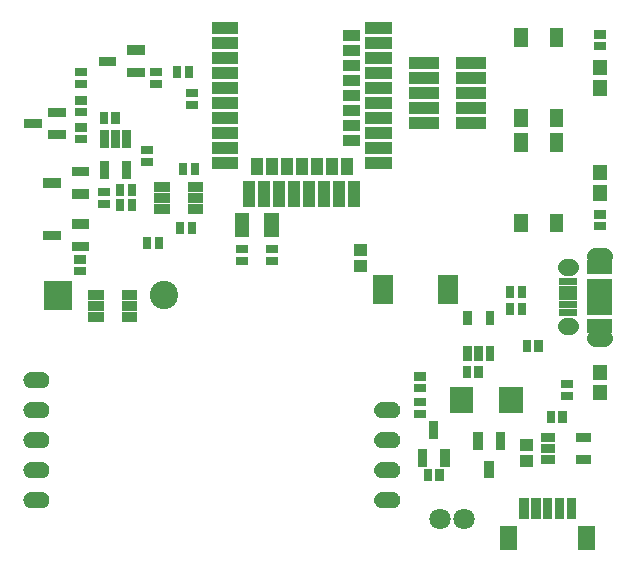
<source format=gts>
G04 Layer: TopSolderMaskLayer*
G04 EasyEDA v6.4.17, 2021-03-03T10:10:01+01:00*
G04 9d4de0552c0a465fbb9a068f9b96be7d,b771c775d4444e86a06a5321f8c966cb,10*
G04 Gerber Generator version 0.2*
G04 Scale: 100 percent, Rotated: No, Reflected: No *
G04 Dimensions in inches *
G04 leading zeros omitted , absolute positions ,3 integer and 6 decimal *
%FSLAX36Y36*%
%MOIN*%

%ADD53C,0.0552*%
%ADD78C,0.0946*%
%ADD80C,0.0710*%

%LPD*%
D53*
X2239373Y-828400D02*
G01*
X2255126Y-828400D01*
X2239373Y-631599D02*
G01*
X2255126Y-631599D01*
X2338968Y-592199D02*
G01*
X2366531Y-592199D01*
X2338968Y-867800D02*
G01*
X2366531Y-867800D01*
G36*
X1875799Y-168800D02*
G01*
X1875799Y-131199D01*
X1974300Y-131199D01*
X1974300Y-168800D01*
G37*
G36*
X1718299Y-168800D02*
G01*
X1718299Y-131199D01*
X1816899Y-131199D01*
X1816899Y-168800D01*
G37*
G36*
X1875799Y-118800D02*
G01*
X1875799Y-81199D01*
X1974300Y-81199D01*
X1974300Y-118800D01*
G37*
G36*
X1718299Y-118800D02*
G01*
X1718299Y-81199D01*
X1816899Y-81199D01*
X1816899Y-118800D01*
G37*
G36*
X1875799Y-68800D02*
G01*
X1875799Y-31199D01*
X1974300Y-31199D01*
X1974300Y-68800D01*
G37*
G36*
X1718299Y-68800D02*
G01*
X1718299Y-31199D01*
X1816899Y-31199D01*
X1816899Y-68800D01*
G37*
G36*
X1875799Y-18800D02*
G01*
X1875799Y18800D01*
X1974300Y18800D01*
X1974300Y-18800D01*
G37*
G36*
X1718299Y-18800D02*
G01*
X1718299Y18800D01*
X1816899Y18800D01*
X1816899Y-18800D01*
G37*
G36*
X1875799Y31199D02*
G01*
X1875799Y68800D01*
X1974300Y68800D01*
X1974300Y31199D01*
G37*
G36*
X1718299Y31199D02*
G01*
X1718299Y68800D01*
X1816899Y68800D01*
X1816899Y31199D01*
G37*
G36*
X2041499Y-734699D02*
G01*
X2041499Y-695300D01*
X2069200Y-695300D01*
X2069200Y-734699D01*
G37*
G36*
X2080799Y-734699D02*
G01*
X2080799Y-695300D01*
X2108500Y-695300D01*
X2108500Y-734699D01*
G37*
G36*
X2041499Y-789699D02*
G01*
X2041499Y-750300D01*
X2069200Y-750300D01*
X2069200Y-789699D01*
G37*
G36*
X2080799Y-789699D02*
G01*
X2080799Y-750300D01*
X2108500Y-750300D01*
X2108500Y-789699D01*
G37*
G36*
X1137100Y-529400D02*
G01*
X1137100Y-450599D01*
X1184499Y-450599D01*
X1184499Y-529400D01*
G37*
G36*
X1235500Y-529400D02*
G01*
X1235500Y-450599D01*
X1282899Y-450599D01*
X1282899Y-529400D01*
G37*
G36*
X2096499Y-914699D02*
G01*
X2096499Y-875300D01*
X2124200Y-875300D01*
X2124200Y-914699D01*
G37*
G36*
X2135799Y-914699D02*
G01*
X2135799Y-875300D01*
X2163500Y-875300D01*
X2163500Y-914699D01*
G37*
G36*
X1735299Y-1009200D02*
G01*
X1735299Y-981500D01*
X1774700Y-981500D01*
X1774700Y-1009200D01*
G37*
G36*
X1735299Y-1048499D02*
G01*
X1735299Y-1020799D01*
X1774700Y-1020799D01*
X1774700Y-1048499D01*
G37*
G36*
X1735299Y-1094200D02*
G01*
X1735299Y-1066500D01*
X1774700Y-1066500D01*
X1774700Y-1094200D01*
G37*
G36*
X1735299Y-1133499D02*
G01*
X1735299Y-1105799D01*
X1774700Y-1105799D01*
X1774700Y-1133499D01*
G37*
G36*
X1805799Y-1344499D02*
G01*
X1805799Y-1305000D01*
X1833500Y-1305000D01*
X1833500Y-1344499D01*
G37*
G36*
X1766499Y-1344499D02*
G01*
X1766499Y-1305000D01*
X1794200Y-1305000D01*
X1794200Y-1344499D01*
G37*
G36*
X2018199Y-1118400D02*
G01*
X2018199Y-1031599D01*
X2097100Y-1031599D01*
X2097100Y-1118400D01*
G37*
G36*
X1852899Y-1118400D02*
G01*
X1852899Y-1031599D01*
X1931800Y-1031599D01*
X1931800Y-1118400D01*
G37*
G36*
X1931800Y-1240300D02*
G01*
X1931800Y-1181199D01*
X1963400Y-1181199D01*
X1963400Y-1240300D01*
G37*
G36*
X1969200Y-1334800D02*
G01*
X1969200Y-1275700D01*
X2000799Y-1275700D01*
X2000799Y-1334800D01*
G37*
G36*
X2006599Y-1240300D02*
G01*
X2006599Y-1181199D01*
X2038199Y-1181199D01*
X2038199Y-1240300D01*
G37*
G36*
X1821599Y-1296799D02*
G01*
X1821599Y-1237699D01*
X1853199Y-1237699D01*
X1853199Y-1296799D01*
G37*
G36*
X1784200Y-1202300D02*
G01*
X1784200Y-1143200D01*
X1815799Y-1143200D01*
X1815799Y-1202300D01*
G37*
G36*
X1746800Y-1296799D02*
G01*
X1746800Y-1237699D01*
X1778400Y-1237699D01*
X1778400Y-1296799D01*
G37*
G36*
X1935799Y-999699D02*
G01*
X1935799Y-960199D01*
X1963500Y-960199D01*
X1963500Y-999699D01*
G37*
G36*
X1896499Y-999699D02*
G01*
X1896499Y-960199D01*
X1924200Y-960199D01*
X1924200Y-999699D01*
G37*
G36*
X1814700Y-752300D02*
G01*
X1814700Y-657699D01*
X1881800Y-657699D01*
X1881800Y-752300D01*
G37*
G36*
X1598199Y-752300D02*
G01*
X1598199Y-657699D01*
X1665299Y-657699D01*
X1665299Y-752300D01*
G37*
G36*
X2331499Y-1006999D02*
G01*
X2331499Y-955999D01*
X2378500Y-955999D01*
X2378500Y-1006999D01*
G37*
G36*
X2331499Y-1074000D02*
G01*
X2331499Y-1023000D01*
X2378500Y-1023000D01*
X2378500Y-1074000D01*
G37*
G36*
X2275399Y-1212399D02*
G01*
X2275399Y-1182800D01*
X2322700Y-1182800D01*
X2322700Y-1212399D01*
G37*
G36*
X2275399Y-1287199D02*
G01*
X2275399Y-1257600D01*
X2322700Y-1257600D01*
X2322700Y-1287199D01*
G37*
G36*
X2157299Y-1287199D02*
G01*
X2157299Y-1257600D01*
X2204600Y-1257600D01*
X2204600Y-1287199D01*
G37*
G36*
X2157299Y-1249800D02*
G01*
X2157299Y-1220199D01*
X2204600Y-1220199D01*
X2204600Y-1249800D01*
G37*
G36*
X2157299Y-1212399D02*
G01*
X2157299Y-1182800D01*
X2204600Y-1182800D01*
X2204600Y-1212399D01*
G37*
G36*
X2215799Y-1149699D02*
G01*
X2215799Y-1110300D01*
X2243500Y-1110300D01*
X2243500Y-1149699D01*
G37*
G36*
X2176499Y-1149699D02*
G01*
X2176499Y-1110300D01*
X2204200Y-1110300D01*
X2204200Y-1149699D01*
G37*
G36*
X2069200Y-515399D02*
G01*
X2069200Y-452300D01*
X2112700Y-452300D01*
X2112700Y-515399D01*
G37*
G36*
X2069200Y-247699D02*
G01*
X2069200Y-184600D01*
X2112700Y-184600D01*
X2112700Y-247699D01*
G37*
G36*
X2187299Y-515399D02*
G01*
X2187299Y-452300D01*
X2230799Y-452300D01*
X2230799Y-515399D01*
G37*
G36*
X2187299Y-247699D02*
G01*
X2187299Y-184600D01*
X2230799Y-184600D01*
X2230799Y-247699D01*
G37*
G36*
X2069200Y-165399D02*
G01*
X2069200Y-102300D01*
X2112700Y-102300D01*
X2112700Y-165399D01*
G37*
G36*
X2069200Y102300D02*
G01*
X2069200Y165399D01*
X2112700Y165399D01*
X2112700Y102300D01*
G37*
G36*
X2187299Y-165399D02*
G01*
X2187299Y-102300D01*
X2230799Y-102300D01*
X2230799Y-165399D01*
G37*
G36*
X2187299Y102300D02*
G01*
X2187299Y165399D01*
X2230799Y165399D01*
X2230799Y102300D01*
G37*
G36*
X1897799Y-824600D02*
G01*
X1897799Y-777300D01*
X1927399Y-777300D01*
X1927399Y-824600D01*
G37*
G36*
X1972600Y-824600D02*
G01*
X1972600Y-777300D01*
X2002200Y-777300D01*
X2002200Y-824600D01*
G37*
G36*
X1972600Y-942699D02*
G01*
X1972600Y-895399D01*
X2002200Y-895399D01*
X2002200Y-942699D01*
G37*
G36*
X1935200Y-942699D02*
G01*
X1935200Y-895399D01*
X1964799Y-895399D01*
X1964799Y-942699D01*
G37*
G36*
X1897799Y-942699D02*
G01*
X1897799Y-895399D01*
X1927399Y-895399D01*
X1927399Y-942699D01*
G37*
G36*
X1240299Y-623499D02*
G01*
X1240299Y-595799D01*
X1279799Y-595799D01*
X1279799Y-623499D01*
G37*
G36*
X1240299Y-584200D02*
G01*
X1240299Y-556500D01*
X1279799Y-556500D01*
X1279799Y-584200D01*
G37*
G36*
X1140299Y-623499D02*
G01*
X1140299Y-595799D01*
X1179799Y-595799D01*
X1179799Y-623499D01*
G37*
G36*
X1140299Y-584200D02*
G01*
X1140299Y-556500D01*
X1179799Y-556500D01*
X1179799Y-584200D01*
G37*
G36*
X1440299Y-323299D02*
G01*
X1440299Y-268000D01*
X1479799Y-268000D01*
X1479799Y-323299D01*
G37*
G36*
X1390299Y-323299D02*
G01*
X1390299Y-268000D01*
X1429799Y-268000D01*
X1429799Y-323299D01*
G37*
G36*
X1340299Y-323299D02*
G01*
X1340299Y-268000D01*
X1379799Y-268000D01*
X1379799Y-323299D01*
G37*
G36*
X1290299Y-323299D02*
G01*
X1290299Y-268000D01*
X1329799Y-268000D01*
X1329799Y-323299D01*
G37*
G36*
X1240299Y-323299D02*
G01*
X1240299Y-268000D01*
X1279799Y-268000D01*
X1279799Y-323299D01*
G37*
G36*
X1190299Y-323299D02*
G01*
X1190299Y-268000D01*
X1229799Y-268000D01*
X1229799Y-323299D01*
G37*
G36*
X1490299Y-323299D02*
G01*
X1490299Y-268000D01*
X1529799Y-268000D01*
X1529799Y-323299D01*
G37*
G36*
X1497700Y-128600D02*
G01*
X1497700Y-89099D01*
X1553000Y-89099D01*
X1553000Y-128600D01*
G37*
G36*
X1497700Y-78600D02*
G01*
X1497700Y-39099D01*
X1553000Y-39099D01*
X1553000Y-78600D01*
G37*
G36*
X1497700Y-28600D02*
G01*
X1497700Y10900D01*
X1553000Y10900D01*
X1553000Y-28600D01*
G37*
G36*
X1497700Y21399D02*
G01*
X1497700Y60900D01*
X1553000Y60900D01*
X1553000Y21399D01*
G37*
G36*
X1497700Y71399D02*
G01*
X1497700Y110900D01*
X1553000Y110900D01*
X1553000Y71399D01*
G37*
G36*
X1497700Y121399D02*
G01*
X1497700Y160900D01*
X1553000Y160900D01*
X1553000Y121399D01*
G37*
G36*
X1497700Y-178600D02*
G01*
X1497700Y-139099D01*
X1553000Y-139099D01*
X1553000Y-178600D01*
G37*
G36*
X1497700Y-228600D02*
G01*
X1497700Y-189099D01*
X1553000Y-189099D01*
X1553000Y-228600D01*
G37*
G36*
X1060699Y-253600D02*
G01*
X1060699Y-214099D01*
X1147500Y-214099D01*
X1147500Y-253600D01*
G37*
G36*
X1060699Y-303600D02*
G01*
X1060699Y-264099D01*
X1147500Y-264099D01*
X1147500Y-303600D01*
G37*
G36*
X1060699Y-203600D02*
G01*
X1060699Y-164099D01*
X1147500Y-164099D01*
X1147500Y-203600D01*
G37*
G36*
X1060699Y-153600D02*
G01*
X1060699Y-114099D01*
X1147500Y-114099D01*
X1147500Y-153600D01*
G37*
G36*
X1060699Y-103600D02*
G01*
X1060699Y-64099D01*
X1147500Y-64099D01*
X1147500Y-103600D01*
G37*
G36*
X1060699Y-53600D02*
G01*
X1060699Y-14099D01*
X1147500Y-14099D01*
X1147500Y-53600D01*
G37*
G36*
X1060699Y-3600D02*
G01*
X1060699Y35900D01*
X1147500Y35900D01*
X1147500Y-3600D01*
G37*
G36*
X1060699Y46399D02*
G01*
X1060699Y85900D01*
X1147500Y85900D01*
X1147500Y46399D01*
G37*
G36*
X1060699Y96399D02*
G01*
X1060699Y135900D01*
X1147500Y135900D01*
X1147500Y96399D01*
G37*
G36*
X1060699Y146399D02*
G01*
X1060699Y185900D01*
X1147500Y185900D01*
X1147500Y146399D01*
G37*
G36*
X1572500Y96399D02*
G01*
X1572500Y135900D01*
X1659300Y135900D01*
X1659300Y96399D01*
G37*
G36*
X1572500Y146399D02*
G01*
X1572500Y185900D01*
X1659300Y185900D01*
X1659300Y146399D01*
G37*
G36*
X1572500Y46399D02*
G01*
X1572500Y85900D01*
X1659300Y85900D01*
X1659300Y46399D01*
G37*
G36*
X1572500Y-3600D02*
G01*
X1572500Y35900D01*
X1659300Y35900D01*
X1659300Y-3600D01*
G37*
G36*
X1572500Y-53600D02*
G01*
X1572500Y-14099D01*
X1659300Y-14099D01*
X1659300Y-53600D01*
G37*
G36*
X1572500Y-103600D02*
G01*
X1572500Y-64099D01*
X1659300Y-64099D01*
X1659300Y-103600D01*
G37*
G36*
X1572500Y-153600D02*
G01*
X1572500Y-114099D01*
X1659300Y-114099D01*
X1659300Y-153600D01*
G37*
G36*
X1572500Y-203600D02*
G01*
X1572500Y-164099D01*
X1659300Y-164099D01*
X1659300Y-203600D01*
G37*
G36*
X1572500Y-253600D02*
G01*
X1572500Y-214099D01*
X1659300Y-214099D01*
X1659300Y-253600D01*
G37*
G36*
X1572500Y-303600D02*
G01*
X1572500Y-264099D01*
X1659300Y-264099D01*
X1659300Y-303600D01*
G37*
G36*
X1165299Y-429600D02*
G01*
X1165299Y-342800D01*
X1204799Y-342800D01*
X1204799Y-429600D01*
G37*
G36*
X1215299Y-429600D02*
G01*
X1215299Y-342800D01*
X1254799Y-342800D01*
X1254799Y-429600D01*
G37*
G36*
X1265299Y-429600D02*
G01*
X1265299Y-342800D01*
X1304799Y-342800D01*
X1304799Y-429600D01*
G37*
G36*
X1315299Y-429600D02*
G01*
X1315299Y-342800D01*
X1354799Y-342800D01*
X1354799Y-429600D01*
G37*
G36*
X1365299Y-429600D02*
G01*
X1365299Y-342800D01*
X1404799Y-342800D01*
X1404799Y-429600D01*
G37*
G36*
X1415299Y-429600D02*
G01*
X1415299Y-342800D01*
X1454799Y-342800D01*
X1454799Y-429600D01*
G37*
G36*
X1465299Y-429600D02*
G01*
X1465299Y-342800D01*
X1504799Y-342800D01*
X1504799Y-429600D01*
G37*
G36*
X1515299Y-429600D02*
G01*
X1515299Y-342800D01*
X1554799Y-342800D01*
X1554799Y-429600D01*
G37*
G36*
X459800Y-1434600D02*
G01*
X456399Y-1434400D01*
X453000Y-1433800D01*
X449699Y-1432699D01*
X446599Y-1431199D01*
X443699Y-1429400D01*
X440999Y-1427100D01*
X438600Y-1424600D01*
X436599Y-1421799D01*
X434899Y-1418800D01*
X433600Y-1415500D01*
X432800Y-1412199D01*
X432300Y-1408699D01*
X432300Y-1405300D01*
X432800Y-1401799D01*
X433600Y-1398499D01*
X434899Y-1395199D01*
X436599Y-1392199D01*
X438600Y-1389400D01*
X440999Y-1386900D01*
X443699Y-1384600D01*
X446599Y-1382800D01*
X449699Y-1381300D01*
X453000Y-1380199D01*
X456399Y-1379600D01*
X459800Y-1379400D01*
X491500Y-1379400D01*
X494899Y-1379600D01*
X498299Y-1380199D01*
X501599Y-1381300D01*
X504699Y-1382800D01*
X507600Y-1384600D01*
X510300Y-1386900D01*
X512699Y-1389400D01*
X514699Y-1392199D01*
X516399Y-1395199D01*
X517699Y-1398499D01*
X518499Y-1401799D01*
X519000Y-1405300D01*
X519000Y-1408699D01*
X518499Y-1412199D01*
X517699Y-1415500D01*
X516399Y-1418800D01*
X514699Y-1421799D01*
X512699Y-1424600D01*
X510300Y-1427100D01*
X507600Y-1429400D01*
X504699Y-1431199D01*
X501599Y-1432699D01*
X498299Y-1433800D01*
X494899Y-1434400D01*
X491500Y-1434600D01*
G37*
G36*
X1629499Y-1434600D02*
G01*
X1626099Y-1434400D01*
X1622700Y-1433800D01*
X1619399Y-1432699D01*
X1616300Y-1431199D01*
X1613400Y-1429400D01*
X1610699Y-1427100D01*
X1608299Y-1424600D01*
X1606300Y-1421799D01*
X1604600Y-1418800D01*
X1603299Y-1415500D01*
X1602500Y-1412199D01*
X1601999Y-1408699D01*
X1601999Y-1405300D01*
X1602500Y-1401799D01*
X1603299Y-1398499D01*
X1604600Y-1395199D01*
X1606300Y-1392199D01*
X1608299Y-1389400D01*
X1610699Y-1386900D01*
X1613400Y-1384600D01*
X1616300Y-1382800D01*
X1619399Y-1381300D01*
X1622700Y-1380199D01*
X1626099Y-1379600D01*
X1629499Y-1379400D01*
X1661199Y-1379400D01*
X1664600Y-1379600D01*
X1668000Y-1380199D01*
X1671300Y-1381300D01*
X1674399Y-1382800D01*
X1677299Y-1384600D01*
X1680000Y-1386900D01*
X1682399Y-1389400D01*
X1684399Y-1392199D01*
X1686099Y-1395199D01*
X1687399Y-1398499D01*
X1688199Y-1401799D01*
X1688699Y-1405300D01*
X1688699Y-1408699D01*
X1688199Y-1412199D01*
X1687399Y-1415500D01*
X1686099Y-1418800D01*
X1684399Y-1421799D01*
X1682399Y-1424600D01*
X1680000Y-1427100D01*
X1677299Y-1429400D01*
X1674399Y-1431199D01*
X1671300Y-1432699D01*
X1668000Y-1433800D01*
X1664600Y-1434400D01*
X1661199Y-1434600D01*
G37*
G36*
X459800Y-1334600D02*
G01*
X456399Y-1334400D01*
X453000Y-1333800D01*
X449699Y-1332699D01*
X446599Y-1331199D01*
X443699Y-1329400D01*
X440999Y-1327100D01*
X438600Y-1324600D01*
X436599Y-1321799D01*
X434899Y-1318800D01*
X433600Y-1315500D01*
X432800Y-1312199D01*
X432300Y-1308699D01*
X432300Y-1305300D01*
X432800Y-1301799D01*
X433600Y-1298499D01*
X434899Y-1295199D01*
X436599Y-1292199D01*
X438600Y-1289400D01*
X440999Y-1286900D01*
X443699Y-1284600D01*
X446599Y-1282800D01*
X449699Y-1281300D01*
X453000Y-1280199D01*
X456399Y-1279600D01*
X459800Y-1279400D01*
X491500Y-1279400D01*
X494899Y-1279600D01*
X498299Y-1280199D01*
X501599Y-1281300D01*
X504699Y-1282800D01*
X507600Y-1284600D01*
X510300Y-1286900D01*
X512699Y-1289400D01*
X514699Y-1292199D01*
X516399Y-1295199D01*
X517699Y-1298499D01*
X518499Y-1301799D01*
X519000Y-1305300D01*
X519000Y-1308699D01*
X518499Y-1312199D01*
X517699Y-1315500D01*
X516399Y-1318800D01*
X514699Y-1321799D01*
X512699Y-1324600D01*
X510300Y-1327100D01*
X507600Y-1329400D01*
X504699Y-1331199D01*
X501599Y-1332699D01*
X498299Y-1333800D01*
X494899Y-1334400D01*
X491500Y-1334600D01*
G37*
G36*
X1629499Y-1334600D02*
G01*
X1626099Y-1334400D01*
X1622700Y-1333800D01*
X1619399Y-1332699D01*
X1616300Y-1331199D01*
X1613400Y-1329400D01*
X1610699Y-1327100D01*
X1608299Y-1324600D01*
X1606300Y-1321799D01*
X1604600Y-1318800D01*
X1603299Y-1315500D01*
X1602500Y-1312199D01*
X1601999Y-1308699D01*
X1601999Y-1305300D01*
X1602500Y-1301799D01*
X1603299Y-1298499D01*
X1604600Y-1295199D01*
X1606300Y-1292199D01*
X1608299Y-1289400D01*
X1610699Y-1286900D01*
X1613400Y-1284600D01*
X1616300Y-1282800D01*
X1619399Y-1281300D01*
X1622700Y-1280199D01*
X1626099Y-1279600D01*
X1629499Y-1279400D01*
X1661199Y-1279400D01*
X1664600Y-1279600D01*
X1668000Y-1280199D01*
X1671300Y-1281300D01*
X1674399Y-1282800D01*
X1677299Y-1284600D01*
X1680000Y-1286900D01*
X1682399Y-1289400D01*
X1684399Y-1292199D01*
X1686099Y-1295199D01*
X1687399Y-1298499D01*
X1688199Y-1301799D01*
X1688699Y-1305300D01*
X1688699Y-1308699D01*
X1688199Y-1312199D01*
X1687399Y-1315500D01*
X1686099Y-1318800D01*
X1684399Y-1321799D01*
X1682399Y-1324600D01*
X1680000Y-1327100D01*
X1677299Y-1329400D01*
X1674399Y-1331199D01*
X1671300Y-1332699D01*
X1668000Y-1333800D01*
X1664600Y-1334400D01*
X1661199Y-1334600D01*
G37*
G36*
X459800Y-1234600D02*
G01*
X456399Y-1234400D01*
X453000Y-1233800D01*
X449699Y-1232699D01*
X446599Y-1231199D01*
X443699Y-1229400D01*
X440999Y-1227100D01*
X438600Y-1224600D01*
X436599Y-1221799D01*
X434899Y-1218800D01*
X433600Y-1215500D01*
X432800Y-1212199D01*
X432300Y-1208699D01*
X432300Y-1205300D01*
X432800Y-1201799D01*
X433600Y-1198499D01*
X434899Y-1195199D01*
X436599Y-1192199D01*
X438600Y-1189400D01*
X440999Y-1186900D01*
X443699Y-1184600D01*
X446599Y-1182800D01*
X449699Y-1181300D01*
X453000Y-1180199D01*
X456399Y-1179600D01*
X459800Y-1179400D01*
X491500Y-1179400D01*
X494899Y-1179600D01*
X498299Y-1180199D01*
X501599Y-1181300D01*
X504699Y-1182800D01*
X507600Y-1184600D01*
X510300Y-1186900D01*
X512699Y-1189400D01*
X514699Y-1192199D01*
X516399Y-1195199D01*
X517699Y-1198499D01*
X518499Y-1201799D01*
X519000Y-1205300D01*
X519000Y-1208699D01*
X518499Y-1212199D01*
X517699Y-1215500D01*
X516399Y-1218800D01*
X514699Y-1221799D01*
X512699Y-1224600D01*
X510300Y-1227100D01*
X507600Y-1229400D01*
X504699Y-1231199D01*
X501599Y-1232699D01*
X498299Y-1233800D01*
X494899Y-1234400D01*
X491500Y-1234600D01*
G37*
G36*
X1629499Y-1234600D02*
G01*
X1626099Y-1234400D01*
X1622700Y-1233800D01*
X1619399Y-1232699D01*
X1616300Y-1231199D01*
X1613400Y-1229400D01*
X1610699Y-1227100D01*
X1608299Y-1224600D01*
X1606300Y-1221799D01*
X1604600Y-1218800D01*
X1603299Y-1215500D01*
X1602500Y-1212199D01*
X1601999Y-1208699D01*
X1601999Y-1205300D01*
X1602500Y-1201799D01*
X1603299Y-1198499D01*
X1604600Y-1195199D01*
X1606300Y-1192199D01*
X1608299Y-1189400D01*
X1610699Y-1186900D01*
X1613400Y-1184600D01*
X1616300Y-1182800D01*
X1619399Y-1181300D01*
X1622700Y-1180199D01*
X1626099Y-1179600D01*
X1629499Y-1179400D01*
X1661199Y-1179400D01*
X1664600Y-1179600D01*
X1668000Y-1180199D01*
X1671300Y-1181300D01*
X1674399Y-1182800D01*
X1677299Y-1184600D01*
X1680000Y-1186900D01*
X1682399Y-1189400D01*
X1684399Y-1192199D01*
X1686099Y-1195199D01*
X1687399Y-1198499D01*
X1688199Y-1201799D01*
X1688699Y-1205300D01*
X1688699Y-1208699D01*
X1688199Y-1212199D01*
X1687399Y-1215500D01*
X1686099Y-1218800D01*
X1684399Y-1221799D01*
X1682399Y-1224600D01*
X1680000Y-1227100D01*
X1677299Y-1229400D01*
X1674399Y-1231199D01*
X1671300Y-1232699D01*
X1668000Y-1233800D01*
X1664600Y-1234400D01*
X1661199Y-1234600D01*
G37*
G36*
X459800Y-1134600D02*
G01*
X456399Y-1134400D01*
X453000Y-1133800D01*
X449699Y-1132699D01*
X446599Y-1131199D01*
X443699Y-1129400D01*
X440999Y-1127100D01*
X438600Y-1124600D01*
X436599Y-1121799D01*
X434899Y-1118800D01*
X433600Y-1115500D01*
X432800Y-1112199D01*
X432300Y-1108699D01*
X432300Y-1105300D01*
X432800Y-1101799D01*
X433600Y-1098499D01*
X434899Y-1095199D01*
X436599Y-1092199D01*
X438600Y-1089400D01*
X440999Y-1086900D01*
X443699Y-1084600D01*
X446599Y-1082800D01*
X449699Y-1081300D01*
X453000Y-1080199D01*
X456399Y-1079600D01*
X459800Y-1079400D01*
X491500Y-1079400D01*
X494899Y-1079600D01*
X498299Y-1080199D01*
X501599Y-1081300D01*
X504699Y-1082800D01*
X507600Y-1084600D01*
X510300Y-1086900D01*
X512699Y-1089400D01*
X514699Y-1092199D01*
X516399Y-1095199D01*
X517699Y-1098499D01*
X518499Y-1101799D01*
X519000Y-1105300D01*
X519000Y-1108699D01*
X518499Y-1112199D01*
X517699Y-1115500D01*
X516399Y-1118800D01*
X514699Y-1121799D01*
X512699Y-1124600D01*
X510300Y-1127100D01*
X507600Y-1129400D01*
X504699Y-1131199D01*
X501599Y-1132699D01*
X498299Y-1133800D01*
X494899Y-1134400D01*
X491500Y-1134600D01*
G37*
G36*
X1629499Y-1134600D02*
G01*
X1626099Y-1134400D01*
X1622700Y-1133800D01*
X1619399Y-1132699D01*
X1616300Y-1131199D01*
X1613400Y-1129400D01*
X1610699Y-1127100D01*
X1608299Y-1124600D01*
X1606300Y-1121799D01*
X1604600Y-1118800D01*
X1603299Y-1115500D01*
X1602500Y-1112199D01*
X1601999Y-1108699D01*
X1601999Y-1105300D01*
X1602500Y-1101799D01*
X1603299Y-1098499D01*
X1604600Y-1095199D01*
X1606300Y-1092199D01*
X1608299Y-1089400D01*
X1610699Y-1086900D01*
X1613400Y-1084600D01*
X1616300Y-1082800D01*
X1619399Y-1081300D01*
X1622700Y-1080199D01*
X1626099Y-1079600D01*
X1629499Y-1079400D01*
X1661199Y-1079400D01*
X1664600Y-1079600D01*
X1668000Y-1080199D01*
X1671300Y-1081300D01*
X1674399Y-1082800D01*
X1677299Y-1084600D01*
X1680000Y-1086900D01*
X1682399Y-1089400D01*
X1684399Y-1092199D01*
X1686099Y-1095199D01*
X1687399Y-1098499D01*
X1688199Y-1101799D01*
X1688699Y-1105300D01*
X1688699Y-1108699D01*
X1688199Y-1112199D01*
X1687399Y-1115500D01*
X1686099Y-1118800D01*
X1684399Y-1121799D01*
X1682399Y-1124600D01*
X1680000Y-1127100D01*
X1677299Y-1129400D01*
X1674399Y-1131199D01*
X1671300Y-1132699D01*
X1668000Y-1133800D01*
X1664600Y-1134400D01*
X1661199Y-1134600D01*
G37*
G36*
X459800Y-1034600D02*
G01*
X456399Y-1034400D01*
X453000Y-1033800D01*
X449699Y-1032699D01*
X446599Y-1031199D01*
X443699Y-1029400D01*
X440999Y-1027100D01*
X438600Y-1024600D01*
X436599Y-1021799D01*
X434899Y-1018800D01*
X433600Y-1015500D01*
X432800Y-1012199D01*
X432300Y-1008699D01*
X432300Y-1005300D01*
X432800Y-1001799D01*
X433600Y-998499D01*
X434899Y-995199D01*
X436599Y-992199D01*
X438600Y-989400D01*
X440999Y-986900D01*
X443699Y-984600D01*
X446599Y-982800D01*
X449699Y-981300D01*
X453000Y-980199D01*
X456399Y-979600D01*
X459800Y-979400D01*
X491500Y-979400D01*
X494899Y-979600D01*
X498299Y-980199D01*
X501599Y-981300D01*
X504699Y-982800D01*
X507600Y-984600D01*
X510300Y-986900D01*
X512699Y-989400D01*
X514699Y-992199D01*
X516399Y-995199D01*
X517699Y-998499D01*
X518499Y-1001799D01*
X519000Y-1005300D01*
X519000Y-1008699D01*
X518499Y-1012199D01*
X517699Y-1015500D01*
X516399Y-1018800D01*
X514699Y-1021799D01*
X512699Y-1024600D01*
X510300Y-1027100D01*
X507600Y-1029400D01*
X504699Y-1031199D01*
X501599Y-1032699D01*
X498299Y-1033800D01*
X494899Y-1034400D01*
X491500Y-1034600D01*
G37*
G36*
X761400Y-233499D02*
G01*
X761400Y-173499D01*
X791400Y-173499D01*
X791400Y-233499D01*
G37*
G36*
X724000Y-233499D02*
G01*
X724000Y-173499D01*
X754000Y-173499D01*
X754000Y-233499D01*
G37*
G36*
X686599Y-233499D02*
G01*
X686599Y-173499D01*
X716599Y-173499D01*
X716599Y-233499D01*
G37*
G36*
X686599Y-335500D02*
G01*
X686599Y-275500D01*
X716599Y-275500D01*
X716599Y-335500D01*
G37*
G36*
X761400Y-335500D02*
G01*
X761400Y-275500D01*
X791400Y-275500D01*
X791400Y-335500D01*
G37*
G36*
X605300Y-33499D02*
G01*
X605300Y-5799D01*
X644699Y-5799D01*
X644699Y-33499D01*
G37*
G36*
X605300Y5799D02*
G01*
X605300Y33499D01*
X644699Y33499D01*
X644699Y5799D01*
G37*
G36*
X605300Y-128499D02*
G01*
X605300Y-100799D01*
X644699Y-100799D01*
X644699Y-128499D01*
G37*
G36*
X605300Y-89200D02*
G01*
X605300Y-61500D01*
X644699Y-61500D01*
X644699Y-89200D01*
G37*
G36*
X605300Y-218499D02*
G01*
X605300Y-190799D01*
X644699Y-190799D01*
X644699Y-218499D01*
G37*
G36*
X605300Y-179200D02*
G01*
X605300Y-151500D01*
X644699Y-151500D01*
X644699Y-179200D01*
G37*
G36*
X515000Y-205399D02*
G01*
X515000Y-175399D01*
X574000Y-175399D01*
X574000Y-205399D01*
G37*
G36*
X515000Y-130599D02*
G01*
X515000Y-100599D01*
X574000Y-100599D01*
X574000Y-130599D01*
G37*
G36*
X434000Y-168000D02*
G01*
X434000Y-138000D01*
X493000Y-138000D01*
X493000Y-168000D01*
G37*
G36*
X741500Y-394699D02*
G01*
X741500Y-355300D01*
X769200Y-355300D01*
X769200Y-394699D01*
G37*
G36*
X780799Y-394699D02*
G01*
X780799Y-355300D01*
X808500Y-355300D01*
X808500Y-394699D01*
G37*
G36*
X980799Y-519699D02*
G01*
X980799Y-480199D01*
X1008500Y-480199D01*
X1008500Y-519699D01*
G37*
G36*
X941499Y-519699D02*
G01*
X941499Y-480199D01*
X969200Y-480199D01*
X969200Y-519699D01*
G37*
G36*
X870799Y-569699D02*
G01*
X870799Y-530300D01*
X898500Y-530300D01*
X898500Y-569699D01*
G37*
G36*
X831499Y-569699D02*
G01*
X831499Y-530300D01*
X859200Y-530300D01*
X859200Y-569699D01*
G37*
G36*
X600300Y-658499D02*
G01*
X600300Y-630799D01*
X639699Y-630799D01*
X639699Y-658499D01*
G37*
G36*
X600300Y-619200D02*
G01*
X600300Y-591500D01*
X639699Y-591500D01*
X639699Y-619200D01*
G37*
G36*
X855299Y5799D02*
G01*
X855299Y33499D01*
X894700Y33499D01*
X894700Y5799D01*
G37*
G36*
X855299Y-33499D02*
G01*
X855299Y-5799D01*
X894700Y-5799D01*
X894700Y-33499D01*
G37*
G36*
X680300Y-433499D02*
G01*
X680300Y-405799D01*
X719699Y-405799D01*
X719699Y-433499D01*
G37*
G36*
X680300Y-394200D02*
G01*
X680300Y-366500D01*
X719699Y-366500D01*
X719699Y-394200D01*
G37*
G36*
X951499Y-324699D02*
G01*
X951499Y-285300D01*
X979200Y-285300D01*
X979200Y-324699D01*
G37*
G36*
X990799Y-324699D02*
G01*
X990799Y-285300D01*
X1018500Y-285300D01*
X1018500Y-324699D01*
G37*
G36*
X825200Y-254200D02*
G01*
X825200Y-226500D01*
X864700Y-226500D01*
X864700Y-254200D01*
G37*
G36*
X825200Y-293499D02*
G01*
X825200Y-265799D01*
X864700Y-265799D01*
X864700Y-293499D01*
G37*
G36*
X777700Y76599D02*
G01*
X777700Y108200D01*
X836800Y108200D01*
X836800Y76599D01*
G37*
G36*
X683200Y39200D02*
G01*
X683200Y70799D01*
X742300Y70799D01*
X742300Y39200D01*
G37*
G36*
X777700Y1799D02*
G01*
X777700Y33400D01*
X836800Y33400D01*
X836800Y1799D01*
G37*
G36*
X592699Y-328400D02*
G01*
X592699Y-296799D01*
X651799Y-296799D01*
X651799Y-328400D01*
G37*
G36*
X498200Y-365799D02*
G01*
X498200Y-334200D01*
X557300Y-334200D01*
X557300Y-365799D01*
G37*
G36*
X592699Y-403200D02*
G01*
X592699Y-371599D01*
X651799Y-371599D01*
X651799Y-403200D01*
G37*
G36*
X592699Y-503400D02*
G01*
X592699Y-471799D01*
X651799Y-471799D01*
X651799Y-503400D01*
G37*
G36*
X498200Y-540799D02*
G01*
X498200Y-509200D01*
X557300Y-509200D01*
X557300Y-540799D01*
G37*
G36*
X592699Y-578200D02*
G01*
X592699Y-546599D01*
X651799Y-546599D01*
X651799Y-578200D01*
G37*
G36*
X2335299Y91500D02*
G01*
X2335299Y119200D01*
X2374700Y119200D01*
X2374700Y91500D01*
G37*
G36*
X2335299Y130799D02*
G01*
X2335299Y158499D01*
X2374700Y158499D01*
X2374700Y130799D01*
G37*
G36*
X2335299Y-469200D02*
G01*
X2335299Y-441500D01*
X2374700Y-441500D01*
X2374700Y-469200D01*
G37*
G36*
X2335299Y-508499D02*
G01*
X2335299Y-480799D01*
X2374700Y-480799D01*
X2374700Y-508499D01*
G37*
G36*
X2217600Y-690700D02*
G01*
X2217600Y-666900D01*
X2276800Y-666900D01*
X2276800Y-690700D01*
G37*
G36*
X2217600Y-716300D02*
G01*
X2217600Y-692500D01*
X2276800Y-692500D01*
X2276800Y-716300D01*
G37*
G36*
X2217700Y-741900D02*
G01*
X2217700Y-718099D01*
X2276800Y-718099D01*
X2276800Y-741900D01*
G37*
G36*
X2217600Y-767500D02*
G01*
X2217600Y-743699D01*
X2276800Y-743699D01*
X2276800Y-767500D01*
G37*
G36*
X2217600Y-793000D02*
G01*
X2217600Y-769299D01*
X2276800Y-769299D01*
X2276800Y-793000D01*
G37*
G36*
X2311400Y-791100D02*
G01*
X2311400Y-668899D01*
X2394200Y-668899D01*
X2394200Y-791100D01*
G37*
G36*
X2311300Y-852100D02*
G01*
X2311300Y-804699D01*
X2394099Y-804699D01*
X2394099Y-852100D01*
G37*
G36*
X2311300Y-655300D02*
G01*
X2311300Y-607899D01*
X2394099Y-607899D01*
X2394099Y-655300D01*
G37*
G36*
X975299Y-103499D02*
G01*
X975299Y-75799D01*
X1014700Y-75799D01*
X1014700Y-103499D01*
G37*
G36*
X975299Y-64200D02*
G01*
X975299Y-36500D01*
X1014700Y-36500D01*
X1014700Y-64200D01*
G37*
G36*
X741500Y-444699D02*
G01*
X741500Y-405300D01*
X769200Y-405300D01*
X769200Y-444699D01*
G37*
G36*
X780799Y-444699D02*
G01*
X780799Y-405300D01*
X808500Y-405300D01*
X808500Y-444699D01*
G37*
G36*
X931499Y300D02*
G01*
X931499Y39699D01*
X959200Y39699D01*
X959200Y300D01*
G37*
G36*
X970799Y300D02*
G01*
X970799Y39699D01*
X998500Y39699D01*
X998500Y300D01*
G37*
G36*
X2331499Y-341999D02*
G01*
X2331499Y-290999D01*
X2378500Y-290999D01*
X2378500Y-341999D01*
G37*
G36*
X2331499Y-409000D02*
G01*
X2331499Y-358000D01*
X2378500Y-358000D01*
X2378500Y-409000D01*
G37*
G36*
X2331499Y-59000D02*
G01*
X2331499Y-8000D01*
X2378500Y-8000D01*
X2378500Y-59000D01*
G37*
G36*
X2331499Y8000D02*
G01*
X2331499Y59000D01*
X2378500Y59000D01*
X2378500Y8000D01*
G37*
G36*
X2022500Y-1574099D02*
G01*
X2022500Y-1495300D01*
X2077700Y-1495300D01*
X2077700Y-1574099D01*
G37*
G36*
X2282299Y-1574099D02*
G01*
X2282299Y-1495300D01*
X2337500Y-1495300D01*
X2337500Y-1574099D01*
G37*
G36*
X2242899Y-1469800D02*
G01*
X2242899Y-1400799D01*
X2274600Y-1400799D01*
X2274600Y-1469800D01*
G37*
G36*
X2203599Y-1469800D02*
G01*
X2203599Y-1400799D01*
X2235200Y-1400799D01*
X2235200Y-1469800D01*
G37*
G36*
X2164200Y-1469800D02*
G01*
X2164200Y-1400799D01*
X2195799Y-1400799D01*
X2195799Y-1469800D01*
G37*
G36*
X2124799Y-1469800D02*
G01*
X2124799Y-1400799D01*
X2156400Y-1400799D01*
X2156400Y-1469800D01*
G37*
G36*
X2085399Y-1469800D02*
G01*
X2085399Y-1400799D01*
X2117100Y-1400799D01*
X2117100Y-1469800D01*
G37*
G36*
X686500Y-154800D02*
G01*
X686500Y-115300D01*
X714200Y-115300D01*
X714200Y-154800D01*
G37*
G36*
X725799Y-154800D02*
G01*
X725799Y-115300D01*
X753499Y-115300D01*
X753499Y-154800D01*
G37*
G36*
X979499Y-452800D02*
G01*
X979499Y-421199D01*
X1030799Y-421199D01*
X1030799Y-452800D01*
G37*
G36*
X979499Y-415799D02*
G01*
X979499Y-384200D01*
X1030799Y-384200D01*
X1030799Y-415799D01*
G37*
G36*
X979499Y-378800D02*
G01*
X979499Y-347199D01*
X1030799Y-347199D01*
X1030799Y-378800D01*
G37*
G36*
X869200Y-378800D02*
G01*
X869200Y-347199D01*
X920500Y-347199D01*
X920500Y-378800D01*
G37*
G36*
X869200Y-415799D02*
G01*
X869200Y-384200D01*
X920500Y-384200D01*
X920500Y-415799D01*
G37*
G36*
X869200Y-452800D02*
G01*
X869200Y-421199D01*
X920500Y-421199D01*
X920500Y-452800D01*
G37*
G36*
X649200Y-738800D02*
G01*
X649200Y-707199D01*
X700500Y-707199D01*
X700500Y-738800D01*
G37*
G36*
X649200Y-775799D02*
G01*
X649200Y-744200D01*
X700500Y-744200D01*
X700500Y-775799D01*
G37*
G36*
X649200Y-812800D02*
G01*
X649200Y-781199D01*
X700500Y-781199D01*
X700500Y-812800D01*
G37*
G36*
X759499Y-812800D02*
G01*
X759499Y-781199D01*
X810799Y-781199D01*
X810799Y-812800D01*
G37*
G36*
X759499Y-775799D02*
G01*
X759499Y-744200D01*
X810799Y-744200D01*
X810799Y-775799D01*
G37*
G36*
X759499Y-738800D02*
G01*
X759499Y-707199D01*
X810799Y-707199D01*
X810799Y-738800D01*
G37*
G36*
X2225299Y-1034200D02*
G01*
X2225299Y-1006500D01*
X2264700Y-1006500D01*
X2264700Y-1034200D01*
G37*
G36*
X2225299Y-1073499D02*
G01*
X2225299Y-1045799D01*
X2264700Y-1045799D01*
X2264700Y-1073499D01*
G37*
G36*
X2088299Y-1242199D02*
G01*
X2088299Y-1202699D01*
X2131700Y-1202699D01*
X2131700Y-1242199D01*
G37*
G36*
X2088299Y-1297300D02*
G01*
X2088299Y-1257800D01*
X2131700Y-1257800D01*
X2131700Y-1297300D01*
G37*
G36*
X1533299Y-592199D02*
G01*
X1533299Y-552699D01*
X1576700Y-552699D01*
X1576700Y-592199D01*
G37*
G36*
X1533299Y-647300D02*
G01*
X1533299Y-607800D01*
X1576700Y-607800D01*
X1576700Y-647300D01*
G37*
D78*
G01*
X902169Y-725000D03*
G36*
X500500Y-772300D02*
G01*
X500500Y-677699D01*
X595100Y-677699D01*
X595100Y-772300D01*
G37*
D80*
G01*
X1899369Y-1470000D03*
G01*
X1820630Y-1470000D03*
M02*

</source>
